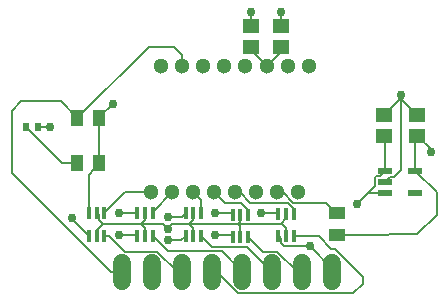
<source format=gbr>
G04 EAGLE Gerber RS-274X export*
G75*
%MOMM*%
%FSLAX34Y34*%
%LPD*%
%INTop Copper*%
%IPPOS*%
%AMOC8*
5,1,8,0,0,1.08239X$1,22.5*%
G01*
G04 Define Apertures*
%ADD10R,1.465300X1.164600*%
%ADD11R,0.450000X1.000000*%
%ADD12R,1.250000X0.600000*%
%ADD13C,1.524000*%
%ADD14R,1.420200X1.031200*%
%ADD15R,1.031200X1.420200*%
%ADD16R,0.535100X0.644000*%
%ADD17C,1.300000*%
%ADD18C,0.152400*%
%ADD19C,0.756400*%
D10*
X293300Y235096D03*
X293300Y252604D03*
X265300Y235096D03*
X265300Y252604D03*
X152700Y309946D03*
X152700Y327454D03*
X177800Y309946D03*
X177800Y327454D03*
D11*
X97300Y150201D03*
X103800Y150201D03*
X110300Y150201D03*
X110300Y169201D03*
X103800Y169201D03*
X97300Y169201D03*
D12*
X266400Y205400D03*
X266400Y195900D03*
X266400Y186400D03*
X291400Y186400D03*
X291400Y205400D03*
D11*
X56400Y150201D03*
X62900Y150201D03*
X69400Y150201D03*
X69400Y169201D03*
X62900Y169201D03*
X56400Y169201D03*
X175800Y149901D03*
X182300Y149901D03*
X188800Y149901D03*
X188800Y168901D03*
X182300Y168901D03*
X175800Y168901D03*
X15600Y150401D03*
X22100Y150401D03*
X28600Y150401D03*
X28600Y169401D03*
X22100Y169401D03*
X15600Y169401D03*
X137302Y149101D03*
X143802Y149101D03*
X150302Y149101D03*
X150302Y168101D03*
X143802Y168101D03*
X137302Y168101D03*
D13*
X221700Y126982D02*
X221700Y111742D01*
X196300Y111742D02*
X196300Y126982D01*
X170900Y126982D02*
X170900Y111742D01*
X145500Y111742D02*
X145500Y126982D01*
X120100Y126982D02*
X120100Y111742D01*
X94700Y111742D02*
X94700Y126982D01*
X69300Y126982D02*
X69300Y111742D01*
X43900Y111742D02*
X43900Y126982D01*
D14*
X225300Y150805D03*
X225300Y169195D03*
D15*
X5805Y249700D03*
X24195Y249700D03*
X24195Y211600D03*
X5805Y211600D03*
D16*
X-37975Y242600D03*
X-27825Y242600D03*
D17*
X201450Y294000D03*
X183650Y294000D03*
X165850Y294000D03*
X148050Y294000D03*
X130250Y294000D03*
X112450Y294000D03*
X94650Y294000D03*
X76850Y294000D03*
X67950Y187000D03*
X85750Y187000D03*
X103550Y187000D03*
X121350Y187000D03*
X139150Y187000D03*
X156950Y187000D03*
X174750Y187000D03*
X192550Y187000D03*
D18*
X179900Y187000D02*
X174750Y187000D01*
X179900Y187000D02*
X188686Y178214D01*
X216281Y178214D02*
X225300Y169195D01*
X216281Y178214D02*
X188686Y178214D01*
X291400Y205400D02*
X291400Y233196D01*
X293300Y235096D01*
D19*
X82250Y166500D03*
X41100Y169900D03*
X122500Y169900D03*
X160900Y169900D03*
D18*
X55701Y169900D02*
X41100Y169900D01*
X55701Y169900D02*
X56400Y169201D01*
X82250Y166500D02*
X94599Y166500D01*
X97300Y169201D01*
X122500Y169900D02*
X135503Y169900D01*
X137302Y168101D01*
X160900Y169900D02*
X174801Y169900D01*
X175800Y168901D01*
X24195Y211600D02*
X15600Y201805D01*
X15600Y169401D01*
X24195Y211600D02*
X24195Y249700D01*
X225300Y150805D02*
X268721Y150805D01*
X269300Y151384D01*
X293284Y151384D02*
X309900Y168000D01*
X293284Y151384D02*
X269300Y151384D01*
X309900Y168000D02*
X309900Y186900D01*
X291400Y205400D01*
D19*
X35600Y262200D03*
D18*
X24195Y250795D02*
X24195Y249700D01*
X24195Y250795D02*
X35600Y262200D01*
D19*
X305100Y221500D03*
D18*
X305100Y223296D02*
X293300Y235096D01*
X305100Y223296D02*
X305100Y221500D01*
X266400Y233996D02*
X265300Y235096D01*
X266400Y233996D02*
X266400Y205400D01*
D19*
X82250Y146224D03*
X41100Y151200D03*
X122500Y151200D03*
X202300Y141400D03*
D18*
X55401Y151200D02*
X41100Y151200D01*
X55401Y151200D02*
X56400Y150201D01*
X82250Y146224D02*
X93323Y146224D01*
X97300Y150201D01*
X122500Y151200D02*
X137302Y151200D01*
X137302Y149101D01*
X175800Y149901D02*
X177764Y147937D01*
X177764Y143954D01*
X180318Y141400D01*
X202300Y141400D01*
X221700Y122000D01*
X221700Y119362D01*
D19*
X1500Y165000D03*
D18*
X1500Y164501D02*
X15600Y150401D01*
X1500Y164501D02*
X1500Y165000D01*
D19*
X242600Y177000D03*
D18*
X252000Y186400D02*
X266400Y186400D01*
X252000Y186400D02*
X242600Y177000D01*
X257864Y199847D02*
X259203Y201186D01*
X257864Y199847D02*
X257864Y192264D01*
X242600Y177000D01*
X262186Y201186D02*
X266400Y205400D01*
X262186Y201186D02*
X259203Y201186D01*
D19*
X152400Y339900D03*
X178200Y340100D03*
D18*
X152700Y339600D02*
X152400Y339900D01*
X152700Y339600D02*
X152700Y327454D01*
X178200Y327854D02*
X178200Y340100D01*
X178200Y327854D02*
X177800Y327454D01*
D19*
X279700Y269300D03*
D18*
X279700Y267004D02*
X265300Y252604D01*
X279700Y267004D02*
X279700Y269300D01*
X279700Y266204D01*
X293300Y252604D01*
X178699Y160501D02*
X177900Y160501D01*
X97083Y160201D02*
X97082Y160200D01*
D19*
X82250Y156362D03*
D18*
X78311Y160301D02*
X59700Y160301D01*
X78311Y160301D02*
X82250Y156362D01*
X86089Y160201D01*
X97083Y160201D01*
X24064Y167437D02*
X22100Y169401D01*
X24064Y167437D02*
X24064Y163454D01*
X27417Y160101D01*
X59900Y160101D01*
X22100Y154784D02*
X22100Y150401D01*
X22100Y154784D02*
X27417Y160101D01*
X266400Y195900D02*
X270614Y200114D01*
X273597Y200114D01*
X279700Y206217D01*
X279700Y269300D01*
X182300Y168901D02*
X182300Y164901D01*
X177900Y160501D01*
X182300Y156900D02*
X182300Y149901D01*
X182300Y156900D02*
X178699Y160501D01*
X177900Y160501D02*
X177600Y160201D01*
X141800Y160201D01*
X100400Y160201D01*
X97083Y160201D01*
X143802Y162203D02*
X143802Y168101D01*
X143802Y162203D02*
X141800Y160201D01*
X143802Y158199D02*
X143802Y149101D01*
X143802Y158199D02*
X141800Y160201D01*
X103800Y163601D02*
X103800Y169201D01*
X103800Y163601D02*
X100400Y160201D01*
X103800Y156801D02*
X103800Y150201D01*
X103800Y156801D02*
X100400Y160201D01*
X62900Y163501D02*
X62900Y169201D01*
X62900Y163501D02*
X59700Y160301D01*
X62900Y157101D02*
X62900Y150201D01*
X62900Y157101D02*
X59900Y160101D01*
X59700Y160301D01*
X43900Y119362D02*
X34179Y119362D01*
X-50000Y203541D01*
X-50000Y256000D01*
X-8495Y264000D02*
X5603Y249903D01*
X5805Y249700D01*
X-42000Y264000D02*
X-50000Y256000D01*
X-42000Y264000D02*
X-8495Y264000D01*
X94650Y294000D02*
X94650Y303650D01*
X87900Y310400D01*
X66100Y310400D01*
X5603Y249903D01*
X152700Y307150D02*
X165850Y294000D01*
X152700Y307150D02*
X152700Y309946D01*
X165850Y294000D02*
X177800Y305950D01*
X177800Y309946D01*
X67950Y187000D02*
X46199Y187000D01*
X28600Y169401D01*
X69400Y170650D02*
X85750Y187000D01*
X69400Y170650D02*
X69400Y169201D01*
X103550Y187000D02*
X110300Y180250D01*
X110300Y169201D01*
D19*
X-17500Y242200D03*
D18*
X-17900Y242600D02*
X-27825Y242600D01*
X-17900Y242600D02*
X-17500Y242200D01*
X121350Y187000D02*
X130563Y177787D01*
X150302Y172084D02*
X150302Y168101D01*
X150302Y172084D02*
X144599Y177787D01*
X130563Y177787D01*
X152213Y177987D02*
X183697Y177987D01*
X143200Y187000D02*
X139150Y187000D01*
X143200Y187000D02*
X152213Y177987D01*
X188800Y172884D02*
X188800Y168901D01*
X188800Y172884D02*
X183697Y177987D01*
X119601Y140900D02*
X110300Y150201D01*
X119601Y140900D02*
X149362Y140900D01*
X170900Y119362D01*
X82601Y137000D02*
X69400Y150201D01*
X82601Y137000D02*
X127862Y137000D01*
X145500Y119362D01*
X123871Y119362D02*
X120100Y119362D01*
X123871Y119362D02*
X141397Y101836D01*
X239436Y101836D01*
X247200Y109600D01*
X210014Y149901D02*
X188800Y149901D01*
X210014Y149901D02*
X220652Y139263D01*
X247200Y115491D02*
X247200Y109600D01*
X247200Y115491D02*
X223428Y139263D01*
X220652Y139263D01*
X94700Y119362D02*
X90929Y119362D01*
X73403Y136888D01*
X32418Y150401D02*
X28600Y150401D01*
X32418Y150401D02*
X45931Y136888D01*
X73403Y136888D01*
X150302Y149101D02*
X162515Y136888D01*
X175003Y136888D01*
X192529Y119362D02*
X196300Y119362D01*
X192529Y119362D02*
X175003Y136888D01*
X6500Y211600D02*
X5805Y211600D01*
X-6975Y211600D01*
X-37975Y242600D01*
M02*

</source>
